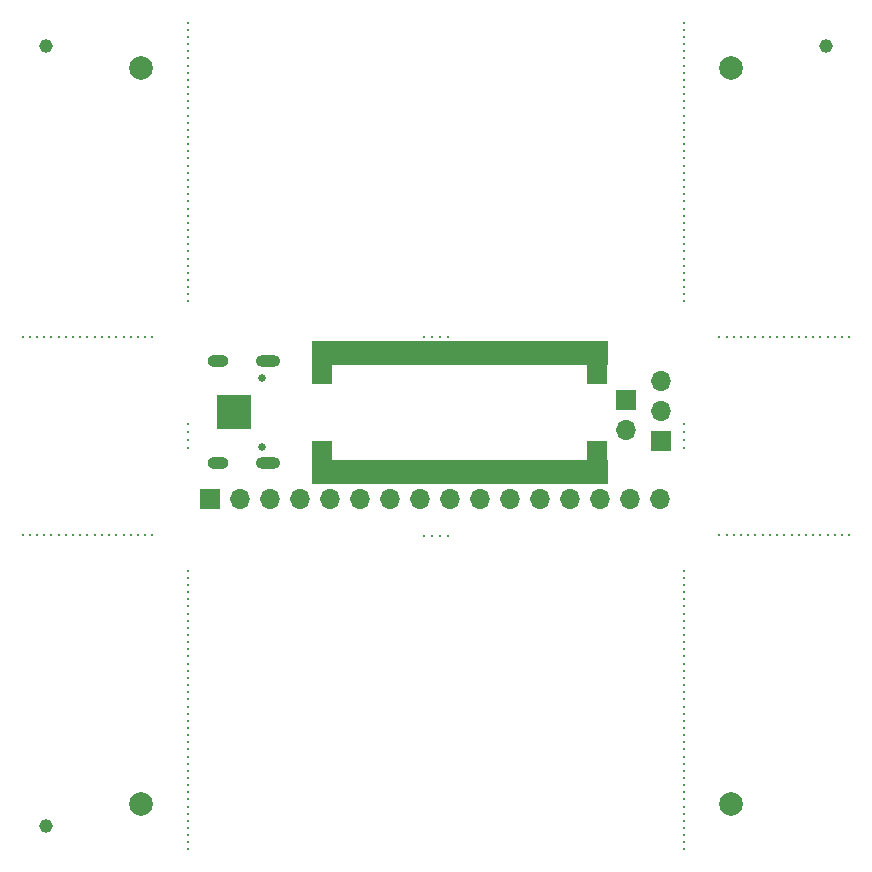
<source format=gbs>
G04 #@! TF.GenerationSoftware,KiCad,Pcbnew,8.0.7*
G04 #@! TF.CreationDate,2025-01-10T19:55:37-05:00*
G04 #@! TF.ProjectId,panel,70616e65-6c2e-46b6-9963-61645f706362,rev?*
G04 #@! TF.SameCoordinates,Original*
G04 #@! TF.FileFunction,Soldermask,Bot*
G04 #@! TF.FilePolarity,Negative*
%FSLAX46Y46*%
G04 Gerber Fmt 4.6, Leading zero omitted, Abs format (unit mm)*
G04 Created by KiCad (PCBNEW 8.0.7) date 2025-01-10 19:55:37*
%MOMM*%
%LPD*%
G01*
G04 APERTURE LIST*
G04 Aperture macros list*
%AMFreePoly0*
4,1,5,12.500000,-1.000000,-12.500000,-1.000000,-12.500000,1.000000,12.500000,1.000000,12.500000,-1.000000,12.500000,-1.000000,$1*%
G04 Aperture macros list end*
%ADD10C,0.300000*%
%ADD11R,1.700000X1.700000*%
%ADD12O,1.700000X1.700000*%
%ADD13C,0.650000*%
%ADD14O,2.100000X1.000000*%
%ADD15O,1.800000X1.000000*%
%ADD16C,1.152000*%
%ADD17C,2.000000*%
%ADD18R,3.000000X3.000000*%
%ADD19FreePoly0,180.000000*%
G04 APERTURE END LIST*
D10*
G04 #@! TO.C,KiKit_MB_8_26*
X56000000Y-61528205D03*
G04 #@! TD*
G04 #@! TO.C,KiKit_MB_6_26*
X56000000Y-15128206D03*
G04 #@! TD*
G04 #@! TO.C,KiKit_MB_9_4*
X1833334Y-26600000D03*
G04 #@! TD*
G04 #@! TO.C,KiKit_MB_10_6*
X3055556Y-43400000D03*
G04 #@! TD*
G04 #@! TO.C,KiKit_MB_6_8*
X56000000Y-4235898D03*
G04 #@! TD*
G04 #@! TO.C,KiKit_MB_7_26*
X14000000Y-61528205D03*
G04 #@! TD*
G04 #@! TO.C,KiKit_MB_12_1*
X59000000Y-43400000D03*
G04 #@! TD*
G04 #@! TO.C,KiKit_MB_7_36*
X14000000Y-67579487D03*
G04 #@! TD*
G04 #@! TO.C,KiKit_MB_6_37*
X56000000Y-21784616D03*
G04 #@! TD*
G04 #@! TO.C,KiKit_MB_1_3*
X13970000Y-34666667D03*
G04 #@! TD*
G04 #@! TO.C,KiKit_MB_10_5*
X2444445Y-43400000D03*
G04 #@! TD*
G04 #@! TO.C,KiKit_MB_9_7*
X3666667Y-26600000D03*
G04 #@! TD*
G04 #@! TO.C,KiKit_MB_6_1*
X56000000Y0D03*
G04 #@! TD*
G04 #@! TO.C,KiKit_MB_7_16*
X14000000Y-55476923D03*
G04 #@! TD*
G04 #@! TO.C,KiKit_MB_11_19*
X70000000Y-26600000D03*
G04 #@! TD*
G04 #@! TO.C,KiKit_MB_5_16*
X14000000Y-9076924D03*
G04 #@! TD*
G04 #@! TO.C,KiKit_MB_9_11*
X6111112Y-26600000D03*
G04 #@! TD*
D11*
G04 #@! TO.C,J3*
X51100000Y-31975000D03*
D12*
X51100000Y-34515000D03*
G04 #@! TD*
D10*
G04 #@! TO.C,KiKit_MB_6_4*
X56000000Y-1815385D03*
G04 #@! TD*
G04 #@! TO.C,KiKit_MB_4_4*
X34000000Y-43430000D03*
G04 #@! TD*
G04 #@! TO.C,KiKit_MB_11_17*
X68777777Y-26600000D03*
G04 #@! TD*
G04 #@! TO.C,KiKit_MB_6_34*
X56000000Y-19969231D03*
G04 #@! TD*
G04 #@! TO.C,KiKit_MB_9_6*
X3055556Y-26600000D03*
G04 #@! TD*
G04 #@! TO.C,KiKit_MB_11_1*
X59000000Y-26600000D03*
G04 #@! TD*
G04 #@! TO.C,KiKit_MB_7_35*
X14000000Y-66974358D03*
G04 #@! TD*
G04 #@! TO.C,KiKit_MB_5_5*
X14000000Y-2420513D03*
G04 #@! TD*
G04 #@! TO.C,KiKit_MB_7_15*
X14000000Y-54871794D03*
G04 #@! TD*
G04 #@! TO.C,KiKit_MB_8_12*
X56000000Y-53056410D03*
G04 #@! TD*
G04 #@! TO.C,KiKit_MB_7_34*
X14000000Y-66369230D03*
G04 #@! TD*
G04 #@! TO.C,KiKit_MB_7_17*
X14000000Y-56082051D03*
G04 #@! TD*
G04 #@! TO.C,KiKit_MB_6_10*
X56000000Y-5446154D03*
G04 #@! TD*
G04 #@! TO.C,KiKit_MB_5_36*
X14000000Y-21179488D03*
G04 #@! TD*
G04 #@! TO.C,KiKit_MB_5_27*
X14000000Y-15733334D03*
G04 #@! TD*
G04 #@! TO.C,KiKit_MB_7_18*
X14000000Y-56687179D03*
G04 #@! TD*
G04 #@! TO.C,KiKit_MB_12_10*
X64500000Y-43400000D03*
G04 #@! TD*
G04 #@! TO.C,KiKit_MB_5_37*
X14000000Y-21784616D03*
G04 #@! TD*
G04 #@! TO.C,KiKit_MB_7_3*
X14000000Y-47610256D03*
G04 #@! TD*
G04 #@! TO.C,KiKit_MB_5_11*
X14000000Y-6051283D03*
G04 #@! TD*
G04 #@! TO.C,KiKit_MB_9_1*
X0Y-26600000D03*
G04 #@! TD*
G04 #@! TO.C,KiKit_MB_8_1*
X56000000Y-46400000D03*
G04 #@! TD*
G04 #@! TO.C,KiKit_MB_8_6*
X56000000Y-49425641D03*
G04 #@! TD*
G04 #@! TO.C,KiKit_MB_10_9*
X4888889Y-43400000D03*
G04 #@! TD*
G04 #@! TO.C,KiKit_MB_5_24*
X14000000Y-13917949D03*
G04 #@! TD*
G04 #@! TO.C,KiKit_MB_11_7*
X62666666Y-26600000D03*
G04 #@! TD*
G04 #@! TO.C,KiKit_MB_5_25*
X14000000Y-14523077D03*
G04 #@! TD*
G04 #@! TO.C,KiKit_MB_9_8*
X4277778Y-26600000D03*
G04 #@! TD*
G04 #@! TO.C,KiKit_MB_5_7*
X14000000Y-3630770D03*
G04 #@! TD*
G04 #@! TO.C,KiKit_MB_7_13*
X14000000Y-53661538D03*
G04 #@! TD*
G04 #@! TO.C,KiKit_MB_6_38*
X56000000Y-22389744D03*
G04 #@! TD*
G04 #@! TO.C,KiKit_MB_11_5*
X61444444Y-26600000D03*
G04 #@! TD*
G04 #@! TO.C,KiKit_MB_5_3*
X14000000Y-1210257D03*
G04 #@! TD*
D13*
G04 #@! TO.C,P1*
X20255000Y-30110000D03*
X20255000Y-35890000D03*
D14*
X20755000Y-28680000D03*
D15*
X16575000Y-28680000D03*
D14*
X20755000Y-37320000D03*
D15*
X16575000Y-37320000D03*
G04 #@! TD*
D10*
G04 #@! TO.C,KiKit_MB_7_1*
X14000000Y-46400000D03*
G04 #@! TD*
G04 #@! TO.C,KiKit_MB_5_32*
X14000000Y-18758975D03*
G04 #@! TD*
D16*
G04 #@! TO.C,KiKit_TO_1*
X2000000Y-2000000D03*
G04 #@! TD*
D10*
G04 #@! TO.C,KiKit_MB_6_9*
X56000000Y-4841026D03*
G04 #@! TD*
G04 #@! TO.C,KiKit_MB_12_13*
X66333333Y-43400000D03*
G04 #@! TD*
G04 #@! TO.C,KiKit_MB_8_37*
X56000000Y-68184615D03*
G04 #@! TD*
G04 #@! TO.C,KiKit_MB_11_11*
X65111111Y-26600000D03*
G04 #@! TD*
G04 #@! TO.C,KiKit_MB_5_39*
X14000000Y-22994872D03*
G04 #@! TD*
G04 #@! TO.C,KiKit_MB_11_2*
X59611111Y-26600000D03*
G04 #@! TD*
G04 #@! TO.C,KiKit_MB_10_1*
X0Y-43400000D03*
G04 #@! TD*
G04 #@! TO.C,KiKit_MB_8_29*
X56000000Y-63343589D03*
G04 #@! TD*
G04 #@! TO.C,KiKit_MB_7_23*
X14000000Y-59712820D03*
G04 #@! TD*
G04 #@! TO.C,KiKit_MB_8_8*
X56000000Y-50635897D03*
G04 #@! TD*
G04 #@! TO.C,KiKit_MB_3_2*
X34666667Y-26570000D03*
G04 #@! TD*
G04 #@! TO.C,KiKit_MB_6_30*
X56000000Y-17548718D03*
G04 #@! TD*
G04 #@! TO.C,KiKit_MB_12_3*
X60222222Y-43400000D03*
G04 #@! TD*
G04 #@! TO.C,KiKit_MB_5_21*
X14000000Y-12102565D03*
G04 #@! TD*
G04 #@! TO.C,KiKit_MB_8_5*
X56000000Y-48820512D03*
G04 #@! TD*
G04 #@! TO.C,KiKit_MB_7_39*
X14000000Y-69394871D03*
G04 #@! TD*
G04 #@! TO.C,KiKit_MB_10_17*
X9777778Y-43400000D03*
G04 #@! TD*
G04 #@! TO.C,KiKit_MB_7_30*
X14000000Y-63948717D03*
G04 #@! TD*
G04 #@! TO.C,KiKit_MB_8_7*
X56000000Y-50030769D03*
G04 #@! TD*
G04 #@! TO.C,KiKit_MB_6_39*
X56000000Y-22994872D03*
G04 #@! TD*
D16*
G04 #@! TO.C,KiKit_TO_3*
X2000000Y-68000000D03*
G04 #@! TD*
D10*
G04 #@! TO.C,KiKit_MB_8_13*
X56000000Y-53661538D03*
G04 #@! TD*
G04 #@! TO.C,KiKit_MB_6_28*
X56000000Y-16338462D03*
G04 #@! TD*
G04 #@! TO.C,KiKit_MB_11_9*
X63888888Y-26600000D03*
G04 #@! TD*
G04 #@! TO.C,KiKit_MB_9_2*
X611112Y-26600000D03*
G04 #@! TD*
G04 #@! TO.C,KiKit_MB_10_10*
X5500000Y-43400000D03*
G04 #@! TD*
G04 #@! TO.C,KiKit_MB_2_4*
X56030000Y-36000000D03*
G04 #@! TD*
G04 #@! TO.C,KiKit_MB_7_29*
X14000000Y-63343589D03*
G04 #@! TD*
G04 #@! TO.C,KiKit_MB_7_19*
X14000000Y-57292307D03*
G04 #@! TD*
G04 #@! TO.C,KiKit_MB_12_18*
X69388888Y-43400000D03*
G04 #@! TD*
G04 #@! TO.C,KiKit_MB_11_12*
X65722222Y-26600000D03*
G04 #@! TD*
G04 #@! TO.C,KiKit_MB_5_30*
X14000000Y-17548718D03*
G04 #@! TD*
G04 #@! TO.C,KiKit_MB_3_3*
X35333333Y-26570000D03*
G04 #@! TD*
G04 #@! TO.C,KiKit_MB_8_11*
X56000000Y-52451282D03*
G04 #@! TD*
G04 #@! TO.C,KiKit_MB_11_16*
X68166666Y-26600000D03*
G04 #@! TD*
G04 #@! TO.C,KiKit_MB_9_18*
X10388889Y-26600000D03*
G04 #@! TD*
G04 #@! TO.C,KiKit_MB_3_4*
X36000000Y-26570000D03*
G04 #@! TD*
G04 #@! TO.C,KiKit_MB_11_15*
X67555555Y-26600000D03*
G04 #@! TD*
G04 #@! TO.C,KiKit_MB_5_19*
X14000000Y-10892308D03*
G04 #@! TD*
G04 #@! TO.C,KiKit_MB_5_2*
X14000000Y-605129D03*
G04 #@! TD*
G04 #@! TO.C,KiKit_MB_7_9*
X14000000Y-51241025D03*
G04 #@! TD*
G04 #@! TO.C,KiKit_MB_7_11*
X14000000Y-52451282D03*
G04 #@! TD*
G04 #@! TO.C,KiKit_MB_8_16*
X56000000Y-55476923D03*
G04 #@! TD*
G04 #@! TO.C,KiKit_MB_8_4*
X56000000Y-48215384D03*
G04 #@! TD*
G04 #@! TO.C,KiKit_MB_7_20*
X14000000Y-57897435D03*
G04 #@! TD*
G04 #@! TO.C,KiKit_MB_8_34*
X56000000Y-66369230D03*
G04 #@! TD*
G04 #@! TO.C,KiKit_MB_10_15*
X8555556Y-43400000D03*
G04 #@! TD*
G04 #@! TO.C,KiKit_MB_12_4*
X60833333Y-43400000D03*
G04 #@! TD*
G04 #@! TO.C,KiKit_MB_2_1*
X56030000Y-34000000D03*
G04 #@! TD*
G04 #@! TO.C,KiKit_MB_11_4*
X60833333Y-26600000D03*
G04 #@! TD*
G04 #@! TO.C,KiKit_MB_6_27*
X56000000Y-15733334D03*
G04 #@! TD*
G04 #@! TO.C,KiKit_MB_9_15*
X8555556Y-26600000D03*
G04 #@! TD*
G04 #@! TO.C,KiKit_MB_6_18*
X56000000Y-10287180D03*
G04 #@! TD*
G04 #@! TO.C,KiKit_MB_6_35*
X56000000Y-20574359D03*
G04 #@! TD*
G04 #@! TO.C,KiKit_MB_9_3*
X1222223Y-26600000D03*
G04 #@! TD*
G04 #@! TO.C,KiKit_MB_10_4*
X1833334Y-43400000D03*
G04 #@! TD*
G04 #@! TO.C,KiKit_MB_11_8*
X63277777Y-26600000D03*
G04 #@! TD*
G04 #@! TO.C,KiKit_MB_10_3*
X1222223Y-43400000D03*
G04 #@! TD*
G04 #@! TO.C,KiKit_MB_5_4*
X14000000Y-1815385D03*
G04 #@! TD*
G04 #@! TO.C,KiKit_MB_8_31*
X56000000Y-64553846D03*
G04 #@! TD*
G04 #@! TO.C,KiKit_MB_9_9*
X4888889Y-26600000D03*
G04 #@! TD*
G04 #@! TO.C,KiKit_MB_8_10*
X56000000Y-51846153D03*
G04 #@! TD*
G04 #@! TO.C,KiKit_MB_5_18*
X14000000Y-10287180D03*
G04 #@! TD*
G04 #@! TO.C,KiKit_MB_9_12*
X6722223Y-26600000D03*
G04 #@! TD*
G04 #@! TO.C,KiKit_MB_2_2*
X56030000Y-34666667D03*
G04 #@! TD*
G04 #@! TO.C,KiKit_MB_10_18*
X10388889Y-43400000D03*
G04 #@! TD*
G04 #@! TO.C,KiKit_MB_1_1*
X13970000Y-36000000D03*
G04 #@! TD*
G04 #@! TO.C,KiKit_MB_7_40*
X14000000Y-70000000D03*
G04 #@! TD*
G04 #@! TO.C,KiKit_MB_7_22*
X14000000Y-59107692D03*
G04 #@! TD*
G04 #@! TO.C,KiKit_MB_7_27*
X14000000Y-62133333D03*
G04 #@! TD*
G04 #@! TO.C,KiKit_MB_12_7*
X62666666Y-43400000D03*
G04 #@! TD*
G04 #@! TO.C,KiKit_MB_6_19*
X56000000Y-10892308D03*
G04 #@! TD*
G04 #@! TO.C,KiKit_MB_5_17*
X14000000Y-9682052D03*
G04 #@! TD*
G04 #@! TO.C,KiKit_MB_5_6*
X14000000Y-3025642D03*
G04 #@! TD*
G04 #@! TO.C,KiKit_MB_8_32*
X56000000Y-65158974D03*
G04 #@! TD*
G04 #@! TO.C,KiKit_MB_12_6*
X62055555Y-43400000D03*
G04 #@! TD*
G04 #@! TO.C,KiKit_MB_11_18*
X69388888Y-26600000D03*
G04 #@! TD*
G04 #@! TO.C,KiKit_MB_8_24*
X56000000Y-60317948D03*
G04 #@! TD*
G04 #@! TO.C,KiKit_MB_12_9*
X63888888Y-43400000D03*
G04 #@! TD*
G04 #@! TO.C,KiKit_MB_7_33*
X14000000Y-65764102D03*
G04 #@! TD*
G04 #@! TO.C,KiKit_MB_12_8*
X63277777Y-43400000D03*
G04 #@! TD*
G04 #@! TO.C,KiKit_MB_11_13*
X66333333Y-26600000D03*
G04 #@! TD*
G04 #@! TO.C,KiKit_MB_8_27*
X56000000Y-62133333D03*
G04 #@! TD*
G04 #@! TO.C,KiKit_MB_6_13*
X56000000Y-7261539D03*
G04 #@! TD*
G04 #@! TO.C,KiKit_MB_11_3*
X60222222Y-26600000D03*
G04 #@! TD*
G04 #@! TO.C,KiKit_MB_7_25*
X14000000Y-60923076D03*
G04 #@! TD*
G04 #@! TO.C,KiKit_MB_6_36*
X56000000Y-21179488D03*
G04 #@! TD*
G04 #@! TO.C,KiKit_MB_11_10*
X64500000Y-26600000D03*
G04 #@! TD*
G04 #@! TO.C,KiKit_MB_7_12*
X14000000Y-53056410D03*
G04 #@! TD*
G04 #@! TO.C,KiKit_MB_5_14*
X14000000Y-7866667D03*
G04 #@! TD*
G04 #@! TO.C,KiKit_MB_12_15*
X67555555Y-43400000D03*
G04 #@! TD*
G04 #@! TO.C,KiKit_MB_1_4*
X13970000Y-34000000D03*
G04 #@! TD*
G04 #@! TO.C,KiKit_MB_8_17*
X56000000Y-56082051D03*
G04 #@! TD*
G04 #@! TO.C,KiKit_MB_5_8*
X14000000Y-4235898D03*
G04 #@! TD*
G04 #@! TO.C,KiKit_MB_5_33*
X14000000Y-19364103D03*
G04 #@! TD*
G04 #@! TO.C,KiKit_MB_12_11*
X65111111Y-43400000D03*
G04 #@! TD*
G04 #@! TO.C,KiKit_MB_8_30*
X56000000Y-63948717D03*
G04 #@! TD*
G04 #@! TO.C,KiKit_MB_5_1*
X14000000Y0D03*
G04 #@! TD*
G04 #@! TO.C,KiKit_MB_12_5*
X61444444Y-43400000D03*
G04 #@! TD*
G04 #@! TO.C,KiKit_MB_6_16*
X56000000Y-9076924D03*
G04 #@! TD*
G04 #@! TO.C,KiKit_MB_5_26*
X14000000Y-15128206D03*
G04 #@! TD*
G04 #@! TO.C,KiKit_MB_5_15*
X14000000Y-8471795D03*
G04 #@! TD*
G04 #@! TO.C,KiKit_MB_8_38*
X56000000Y-68789743D03*
G04 #@! TD*
G04 #@! TO.C,KiKit_MB_12_12*
X65722222Y-43400000D03*
G04 #@! TD*
G04 #@! TO.C,KiKit_MB_5_23*
X14000000Y-13312821D03*
G04 #@! TD*
G04 #@! TO.C,KiKit_MB_8_21*
X56000000Y-58502564D03*
G04 #@! TD*
G04 #@! TO.C,KiKit_MB_5_38*
X14000000Y-22389744D03*
G04 #@! TD*
G04 #@! TO.C,KiKit_MB_10_8*
X4277778Y-43400000D03*
G04 #@! TD*
G04 #@! TO.C,KiKit_MB_5_34*
X14000000Y-19969231D03*
G04 #@! TD*
G04 #@! TO.C,KiKit_MB_6_12*
X56000000Y-6656411D03*
G04 #@! TD*
G04 #@! TO.C,KiKit_MB_8_19*
X56000000Y-57292307D03*
G04 #@! TD*
G04 #@! TO.C,KiKit_MB_8_2*
X56000000Y-47005128D03*
G04 #@! TD*
G04 #@! TO.C,KiKit_MB_6_15*
X56000000Y-8471795D03*
G04 #@! TD*
G04 #@! TO.C,KiKit_MB_6_6*
X56000000Y-3025642D03*
G04 #@! TD*
G04 #@! TO.C,KiKit_MB_5_29*
X14000000Y-16943590D03*
G04 #@! TD*
G04 #@! TO.C,KiKit_MB_5_22*
X14000000Y-12707693D03*
G04 #@! TD*
G04 #@! TO.C,KiKit_MB_5_28*
X14000000Y-16338462D03*
G04 #@! TD*
G04 #@! TO.C,KiKit_MB_5_10*
X14000000Y-5446154D03*
G04 #@! TD*
G04 #@! TO.C,KiKit_MB_1_2*
X13970000Y-35333333D03*
G04 #@! TD*
G04 #@! TO.C,KiKit_MB_7_21*
X14000000Y-58502564D03*
G04 #@! TD*
G04 #@! TO.C,KiKit_MB_7_10*
X14000000Y-51846153D03*
G04 #@! TD*
G04 #@! TO.C,KiKit_MB_9_17*
X9777778Y-26600000D03*
G04 #@! TD*
G04 #@! TO.C,KiKit_MB_8_20*
X56000000Y-57897435D03*
G04 #@! TD*
G04 #@! TO.C,KiKit_MB_7_38*
X14000000Y-68789743D03*
G04 #@! TD*
G04 #@! TO.C,KiKit_MB_6_20*
X56000000Y-11497436D03*
G04 #@! TD*
G04 #@! TO.C,KiKit_MB_5_31*
X14000000Y-18153847D03*
G04 #@! TD*
G04 #@! TO.C,KiKit_MB_7_24*
X14000000Y-60317948D03*
G04 #@! TD*
G04 #@! TO.C,KiKit_MB_5_13*
X14000000Y-7261539D03*
G04 #@! TD*
G04 #@! TO.C,KiKit_MB_9_10*
X5500000Y-26600000D03*
G04 #@! TD*
G04 #@! TO.C,KiKit_MB_7_2*
X14000000Y-47005128D03*
G04 #@! TD*
G04 #@! TO.C,KiKit_MB_3_1*
X34000000Y-26570000D03*
G04 #@! TD*
G04 #@! TO.C,KiKit_MB_10_16*
X9166667Y-43400000D03*
G04 #@! TD*
G04 #@! TO.C,KiKit_MB_6_7*
X56000000Y-3630770D03*
G04 #@! TD*
G04 #@! TO.C,KiKit_MB_8_15*
X56000000Y-54871794D03*
G04 #@! TD*
G04 #@! TO.C,KiKit_MB_8_28*
X56000000Y-62738461D03*
G04 #@! TD*
G04 #@! TO.C,KiKit_MB_8_36*
X56000000Y-67579487D03*
G04 #@! TD*
G04 #@! TO.C,KiKit_MB_7_4*
X14000000Y-48215384D03*
G04 #@! TD*
G04 #@! TO.C,KiKit_MB_12_16*
X68166666Y-43400000D03*
G04 #@! TD*
G04 #@! TO.C,KiKit_MB_6_31*
X56000000Y-18153847D03*
G04 #@! TD*
G04 #@! TO.C,KiKit_MB_8_40*
X56000000Y-70000000D03*
G04 #@! TD*
G04 #@! TO.C,KiKit_MB_7_6*
X14000000Y-49425641D03*
G04 #@! TD*
G04 #@! TO.C,KiKit_MB_6_33*
X56000000Y-19364103D03*
G04 #@! TD*
G04 #@! TO.C,KiKit_MB_4_1*
X36000000Y-43430000D03*
G04 #@! TD*
G04 #@! TO.C,KiKit_MB_10_11*
X6111112Y-43400000D03*
G04 #@! TD*
G04 #@! TO.C,KiKit_MB_10_12*
X6722223Y-43400000D03*
G04 #@! TD*
G04 #@! TO.C,KiKit_MB_5_12*
X14000000Y-6656411D03*
G04 #@! TD*
G04 #@! TO.C,KiKit_MB_11_14*
X66944444Y-26600000D03*
G04 #@! TD*
G04 #@! TO.C,KiKit_MB_2_3*
X56030000Y-35333333D03*
G04 #@! TD*
G04 #@! TO.C,KiKit_MB_6_21*
X56000000Y-12102565D03*
G04 #@! TD*
G04 #@! TO.C,KiKit_MB_6_25*
X56000000Y-14523077D03*
G04 #@! TD*
D16*
G04 #@! TO.C,KiKit_TO_2*
X68000000Y-2000000D03*
G04 #@! TD*
D10*
G04 #@! TO.C,KiKit_MB_7_7*
X14000000Y-50030769D03*
G04 #@! TD*
G04 #@! TO.C,KiKit_MB_5_35*
X14000000Y-20574359D03*
G04 #@! TD*
G04 #@! TO.C,KiKit_MB_7_28*
X14000000Y-62738461D03*
G04 #@! TD*
G04 #@! TO.C,KiKit_MB_8_23*
X56000000Y-59712820D03*
G04 #@! TD*
G04 #@! TO.C,KiKit_MB_12_14*
X66944444Y-43400000D03*
G04 #@! TD*
G04 #@! TO.C,KiKit_MB_10_2*
X611112Y-43400000D03*
G04 #@! TD*
G04 #@! TO.C,KiKit_MB_5_40*
X14000000Y-23600000D03*
G04 #@! TD*
G04 #@! TO.C,KiKit_MB_7_5*
X14000000Y-48820512D03*
G04 #@! TD*
G04 #@! TO.C,KiKit_MB_5_9*
X14000000Y-4841026D03*
G04 #@! TD*
G04 #@! TO.C,KiKit_MB_4_3*
X34666667Y-43430000D03*
G04 #@! TD*
G04 #@! TO.C,KiKit_MB_6_23*
X56000000Y-13312821D03*
G04 #@! TD*
G04 #@! TO.C,KiKit_MB_9_16*
X9166667Y-26600000D03*
G04 #@! TD*
G04 #@! TO.C,KiKit_MB_9_5*
X2444445Y-26600000D03*
G04 #@! TD*
G04 #@! TO.C,KiKit_MB_5_20*
X14000000Y-11497436D03*
G04 #@! TD*
G04 #@! TO.C,KiKit_MB_8_9*
X56000000Y-51241025D03*
G04 #@! TD*
G04 #@! TO.C,KiKit_MB_12_17*
X68777777Y-43400000D03*
G04 #@! TD*
G04 #@! TO.C,KiKit_MB_9_19*
X11000000Y-26600000D03*
G04 #@! TD*
G04 #@! TO.C,KiKit_MB_8_25*
X56000000Y-60923076D03*
G04 #@! TD*
G04 #@! TO.C,KiKit_MB_7_14*
X14000000Y-54266666D03*
G04 #@! TD*
G04 #@! TO.C,KiKit_MB_6_22*
X56000000Y-12707693D03*
G04 #@! TD*
G04 #@! TO.C,KiKit_MB_7_8*
X14000000Y-50635897D03*
G04 #@! TD*
G04 #@! TO.C,KiKit_MB_10_14*
X7944445Y-43400000D03*
G04 #@! TD*
G04 #@! TO.C,KiKit_MB_7_37*
X14000000Y-68184615D03*
G04 #@! TD*
G04 #@! TO.C,KiKit_MB_7_32*
X14000000Y-65158974D03*
G04 #@! TD*
D11*
G04 #@! TO.C,J2*
X54050000Y-35450000D03*
D12*
X54050000Y-32910000D03*
X54050000Y-30370000D03*
G04 #@! TD*
D10*
G04 #@! TO.C,KiKit_MB_7_31*
X14000000Y-64553846D03*
G04 #@! TD*
G04 #@! TO.C,KiKit_MB_6_5*
X56000000Y-2420513D03*
G04 #@! TD*
G04 #@! TO.C,KiKit_MB_8_3*
X56000000Y-47610256D03*
G04 #@! TD*
G04 #@! TO.C,KiKit_MB_12_2*
X59611111Y-43400000D03*
G04 #@! TD*
G04 #@! TO.C,KiKit_MB_6_32*
X56000000Y-18758975D03*
G04 #@! TD*
G04 #@! TO.C,KiKit_MB_9_13*
X7333334Y-26600000D03*
G04 #@! TD*
G04 #@! TO.C,KiKit_MB_10_19*
X11000000Y-43400000D03*
G04 #@! TD*
G04 #@! TO.C,KiKit_MB_8_39*
X56000000Y-69394871D03*
G04 #@! TD*
G04 #@! TO.C,KiKit_MB_8_22*
X56000000Y-59107692D03*
G04 #@! TD*
G04 #@! TO.C,KiKit_MB_8_33*
X56000000Y-65764102D03*
G04 #@! TD*
G04 #@! TO.C,KiKit_MB_11_6*
X62055555Y-26600000D03*
G04 #@! TD*
G04 #@! TO.C,KiKit_MB_4_2*
X35333333Y-43430000D03*
G04 #@! TD*
G04 #@! TO.C,KiKit_MB_6_14*
X56000000Y-7866667D03*
G04 #@! TD*
G04 #@! TO.C,KiKit_MB_6_24*
X56000000Y-13917949D03*
G04 #@! TD*
G04 #@! TO.C,KiKit_MB_8_14*
X56000000Y-54266666D03*
G04 #@! TD*
G04 #@! TO.C,KiKit_MB_6_2*
X56000000Y-605129D03*
G04 #@! TD*
G04 #@! TO.C,KiKit_MB_9_14*
X7944445Y-26600000D03*
G04 #@! TD*
G04 #@! TO.C,KiKit_MB_6_40*
X56000000Y-23600000D03*
G04 #@! TD*
G04 #@! TO.C,KiKit_MB_8_35*
X56000000Y-66974358D03*
G04 #@! TD*
G04 #@! TO.C,KiKit_MB_8_18*
X56000000Y-56687179D03*
G04 #@! TD*
G04 #@! TO.C,KiKit_MB_10_13*
X7333334Y-43400000D03*
G04 #@! TD*
G04 #@! TO.C,KiKit_MB_6_17*
X56000000Y-9682052D03*
G04 #@! TD*
D11*
G04 #@! TO.C,J4*
X15900000Y-40300000D03*
D12*
X18440000Y-40300000D03*
X20980000Y-40300000D03*
X23520000Y-40300000D03*
X26060000Y-40300000D03*
X28600000Y-40300000D03*
X31140000Y-40300000D03*
X33680000Y-40300000D03*
X36220000Y-40300000D03*
X38760000Y-40300000D03*
X41300000Y-40300000D03*
X43840000Y-40300000D03*
X46380000Y-40300000D03*
X48920000Y-40300000D03*
X51460000Y-40300000D03*
X54000000Y-40300000D03*
G04 #@! TD*
D10*
G04 #@! TO.C,KiKit_MB_10_7*
X3666667Y-43400000D03*
G04 #@! TD*
G04 #@! TO.C,KiKit_MB_12_19*
X70000000Y-43400000D03*
G04 #@! TD*
G04 #@! TO.C,KiKit_MB_6_11*
X56000000Y-6051283D03*
G04 #@! TD*
G04 #@! TO.C,KiKit_MB_6_3*
X56000000Y-1210257D03*
G04 #@! TD*
G04 #@! TO.C,KiKit_MB_6_29*
X56000000Y-16943590D03*
G04 #@! TD*
D17*
G04 #@! TO.C,KiKit_FID_B_3*
X10000000Y-66150000D03*
G04 #@! TD*
G04 #@! TO.C,KiKit_FID_B_1*
X10000000Y-3850000D03*
G04 #@! TD*
G04 #@! TO.C,KiKit_FID_B_4*
X60000000Y-66150000D03*
G04 #@! TD*
D18*
G04 #@! TO.C,TP1*
X17900000Y-33000000D03*
G04 #@! TD*
D11*
G04 #@! TO.C,J8*
X48650000Y-29750000D03*
D19*
X37000000Y-28000000D03*
D11*
X25350000Y-29750000D03*
X48650000Y-36250000D03*
D19*
X37000000Y-38000000D03*
D11*
X25350000Y-36250000D03*
G04 #@! TD*
D17*
G04 #@! TO.C,KiKit_FID_B_2*
X60000000Y-3850000D03*
G04 #@! TD*
M02*

</source>
